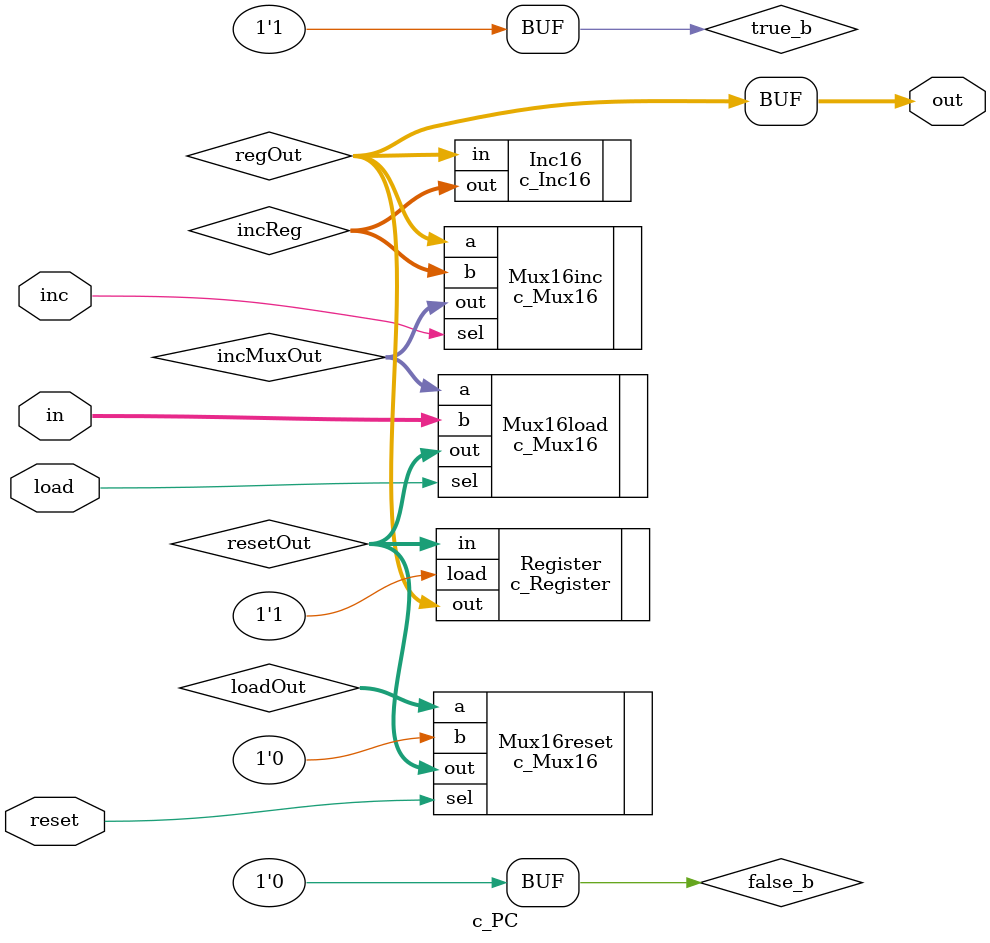
<source format=v>

module c_PC
(
    input [15:0] in,
    input        load, inc, reset,
    output [15:0] out
);

wire [15:0] regOut, incReg, incMuxOut, loadOut, resetOut;
wire false_b = 16'b0000000000000000;
wire true_b  = 16'b1111111111111111;

c_Inc16 Inc16       ( .in(regOut),                              .out(incReg)    );
c_Mux16 Mux16inc    ( .a(regOut),    .b(incReg),  .sel(inc),    .out(incMuxOut) );
c_Mux16 Mux16load   ( .a(incMuxOut), .b(in),      .sel(load),   .out(resetOut)  );
c_Mux16 Mux16reset  ( .a(loadOut),   .b(false_b),  .sel(reset), .out(resetOut)  );
c_Register Register ( .in(resetOut), .load(true_b),             .out(regOut)    );

assign out = regOut;

endmodule

</source>
